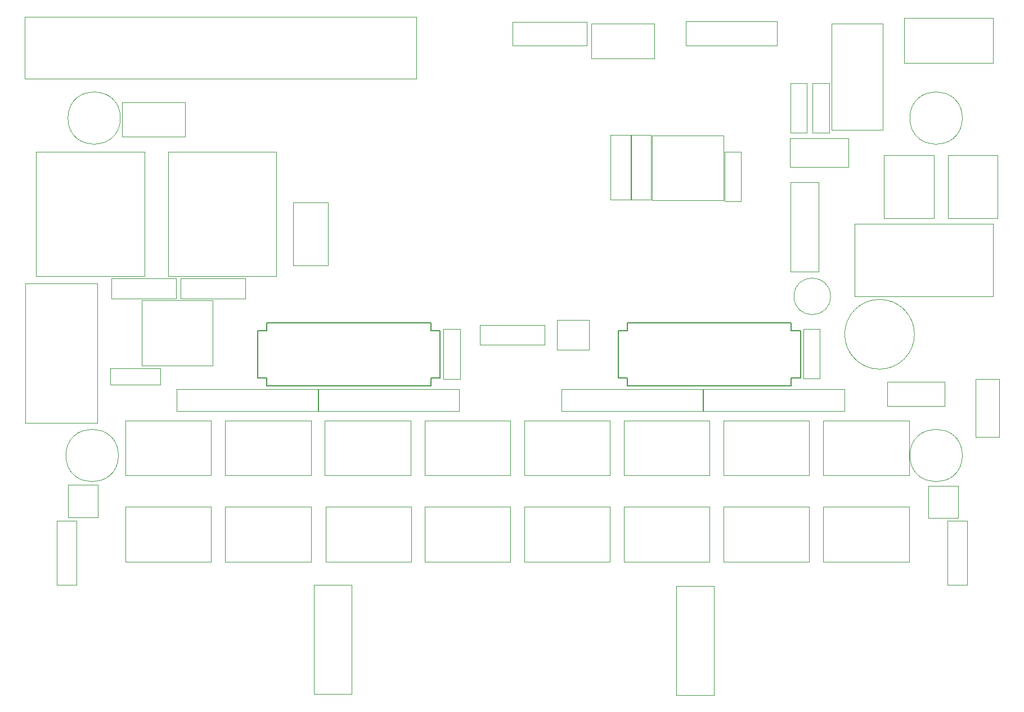
<source format=gbr>
G04 #@! TF.GenerationSoftware,KiCad,Pcbnew,(6.0.5)*
G04 #@! TF.CreationDate,2022-06-02T00:33:28-04:00*
G04 #@! TF.ProjectId,PB_16,50425f31-362e-46b6-9963-61645f706362,v1.0h*
G04 #@! TF.SameCoordinates,Original*
G04 #@! TF.FileFunction,Other,User*
%FSLAX46Y46*%
G04 Gerber Fmt 4.6, Leading zero omitted, Abs format (unit mm)*
G04 Created by KiCad (PCBNEW (6.0.5)) date 2022-06-02 00:33:28*
%MOMM*%
%LPD*%
G01*
G04 APERTURE LIST*
%ADD10C,0.050000*%
%ADD11C,0.152400*%
G04 APERTURE END LIST*
D10*
X192236112Y-93157800D02*
G75*
G03*
X192236112Y-93157800I-2750000J0D01*
G01*
X190632400Y-105555100D02*
X190632400Y-98055100D01*
X190632400Y-98055100D02*
X188132400Y-98055100D01*
X188132400Y-98055100D02*
X188132400Y-105555100D01*
X188132400Y-105555100D02*
X190632400Y-105555100D01*
X86150000Y-124850000D02*
X86150000Y-133100000D01*
X99050000Y-133100000D02*
X99050000Y-124850000D01*
X86150000Y-133100000D02*
X99050000Y-133100000D01*
X99050000Y-124850000D02*
X86150000Y-124850000D01*
X129050000Y-111850000D02*
X116150000Y-111850000D01*
X116150000Y-111850000D02*
X116150000Y-120100000D01*
X116150000Y-120100000D02*
X129050000Y-120100000D01*
X129050000Y-120100000D02*
X129050000Y-111850000D01*
X116264342Y-124850000D02*
X116264342Y-133100000D01*
X116264342Y-133100000D02*
X129164342Y-133100000D01*
X129164342Y-133100000D02*
X129164342Y-124850000D01*
X129164342Y-124850000D02*
X116264342Y-124850000D01*
X131150000Y-111850000D02*
X131150000Y-120100000D01*
X144050000Y-111850000D02*
X131150000Y-111850000D01*
X131150000Y-120100000D02*
X144050000Y-120100000D01*
X144050000Y-120100000D02*
X144050000Y-111850000D01*
X144050000Y-124850000D02*
X131150000Y-124850000D01*
X131150000Y-124850000D02*
X131150000Y-133100000D01*
X131150000Y-133100000D02*
X144050000Y-133100000D01*
X144050000Y-133100000D02*
X144050000Y-124850000D01*
X146150000Y-111850000D02*
X146150000Y-120100000D01*
X159050000Y-111850000D02*
X146150000Y-111850000D01*
X159050000Y-120100000D02*
X159050000Y-111850000D01*
X146150000Y-120100000D02*
X159050000Y-120100000D01*
X146150000Y-124850000D02*
X146150000Y-133100000D01*
X146150000Y-133100000D02*
X159050000Y-133100000D01*
X159050000Y-133100000D02*
X159050000Y-124850000D01*
X159050000Y-124850000D02*
X146150000Y-124850000D01*
X161150000Y-111850000D02*
X161150000Y-120100000D01*
X174050000Y-120100000D02*
X174050000Y-111850000D01*
X174050000Y-111850000D02*
X161150000Y-111850000D01*
X161150000Y-120100000D02*
X174050000Y-120100000D01*
X174050000Y-133100000D02*
X174050000Y-124850000D01*
X161150000Y-133100000D02*
X174050000Y-133100000D01*
X174050000Y-124850000D02*
X161150000Y-124850000D01*
X161150000Y-124850000D02*
X161150000Y-133100000D01*
X189050000Y-120100000D02*
X189050000Y-111850000D01*
X176150000Y-111850000D02*
X176150000Y-120100000D01*
X176150000Y-120100000D02*
X189050000Y-120100000D01*
X189050000Y-111850000D02*
X176150000Y-111850000D01*
X189050000Y-124850000D02*
X176150000Y-124850000D01*
X176150000Y-124850000D02*
X176150000Y-133100000D01*
X189050000Y-133100000D02*
X189050000Y-124850000D01*
X176150000Y-133100000D02*
X189050000Y-133100000D01*
X191150000Y-120100000D02*
X204050000Y-120100000D01*
X191150000Y-111850000D02*
X191150000Y-120100000D01*
X204050000Y-111850000D02*
X191150000Y-111850000D01*
X204050000Y-120100000D02*
X204050000Y-111850000D01*
X191150000Y-124850000D02*
X191150000Y-133100000D01*
X191150000Y-133100000D02*
X204050000Y-133100000D01*
X204050000Y-133100000D02*
X204050000Y-124850000D01*
X204050000Y-124850000D02*
X191150000Y-124850000D01*
D11*
X186324300Y-106590300D02*
X186324300Y-105434600D01*
X161660900Y-98322600D02*
X160276600Y-98322600D01*
X186324300Y-98322600D02*
X186324300Y-97166900D01*
X160276600Y-105434600D02*
X161660900Y-105434600D01*
X161660900Y-106590300D02*
X186324300Y-106590300D01*
X186324300Y-97166900D02*
X161660900Y-97166900D01*
X160276600Y-98322600D02*
X160276600Y-105434600D01*
X161660900Y-105434600D02*
X161660900Y-106590300D01*
X161660900Y-97166900D02*
X161660900Y-98322600D01*
X187708600Y-98322600D02*
X186324300Y-98322600D01*
X186324300Y-105434600D02*
X187708600Y-105434600D01*
X187708600Y-105434600D02*
X187708600Y-98322600D01*
D10*
X174697600Y-153155000D02*
X174697600Y-136755000D01*
X168997600Y-136755000D02*
X168997600Y-153155000D01*
X168997600Y-153155000D02*
X174697600Y-153155000D01*
X174697600Y-136755000D02*
X168997600Y-136755000D01*
X212077600Y-117118600D02*
G75*
G03*
X212077600Y-117118600I-3950000J0D01*
G01*
X133992300Y-98080500D02*
X133992300Y-105580500D01*
X136492300Y-98080500D02*
X133992300Y-98080500D01*
X133992300Y-105580500D02*
X136492300Y-105580500D01*
X136492300Y-105580500D02*
X136492300Y-98080500D01*
X115061500Y-110463600D02*
X115061500Y-107163600D01*
X93861500Y-110463600D02*
X115061500Y-110463600D01*
X93861500Y-107163600D02*
X93861500Y-110463600D01*
X115061500Y-107163600D02*
X93861500Y-107163600D01*
X151786200Y-107163600D02*
X151786200Y-110463600D01*
X151786200Y-110463600D02*
X172986200Y-110463600D01*
X172986200Y-107163600D02*
X151786200Y-107163600D01*
X172986200Y-110463600D02*
X172986200Y-107163600D01*
X194312600Y-107163600D02*
X173112600Y-107163600D01*
X173112600Y-110463600D02*
X194312600Y-110463600D01*
X194312600Y-110463600D02*
X194312600Y-107163600D01*
X173112600Y-107163600D02*
X173112600Y-110463600D01*
X115152700Y-110463600D02*
X136352700Y-110463600D01*
X115152700Y-107163600D02*
X115152700Y-110463600D01*
X136352700Y-107163600D02*
X115152700Y-107163600D01*
X136352700Y-110463600D02*
X136352700Y-107163600D01*
X86150000Y-120100000D02*
X99050000Y-120100000D01*
X99050000Y-111850000D02*
X86150000Y-111850000D01*
X86150000Y-111850000D02*
X86150000Y-120100000D01*
X99050000Y-120100000D02*
X99050000Y-111850000D01*
X114050000Y-120100000D02*
X114050000Y-111850000D01*
X101150000Y-120100000D02*
X114050000Y-120100000D01*
X114050000Y-111850000D02*
X101150000Y-111850000D01*
X101150000Y-111850000D02*
X101150000Y-120100000D01*
X101150000Y-124850000D02*
X101150000Y-133100000D01*
X114050000Y-133100000D02*
X114050000Y-124850000D01*
X101150000Y-133100000D02*
X114050000Y-133100000D01*
X114050000Y-124850000D02*
X101150000Y-124850000D01*
X114482600Y-153018600D02*
X120182600Y-153018600D01*
X120182600Y-153018600D02*
X120182600Y-136618600D01*
X120182600Y-136618600D02*
X114482600Y-136618600D01*
X114482600Y-136618600D02*
X114482600Y-153018600D01*
X192419800Y-52093600D02*
X200109800Y-52093600D01*
X192419800Y-68133600D02*
X192419800Y-52093600D01*
X200109800Y-68133600D02*
X192419800Y-68133600D01*
X200109800Y-52093600D02*
X200109800Y-68133600D01*
X84001000Y-93467800D02*
X93721000Y-93467800D01*
X84001000Y-90467800D02*
X84001000Y-93467800D01*
X93721000Y-93467800D02*
X93721000Y-90467800D01*
X93721000Y-90467800D02*
X84001000Y-90467800D01*
X104171000Y-93467800D02*
X104171000Y-90467800D01*
X94451000Y-90467800D02*
X94451000Y-93467800D01*
X104171000Y-90467800D02*
X94451000Y-90467800D01*
X94451000Y-93467800D02*
X104171000Y-93467800D01*
X170432600Y-55378600D02*
X184182600Y-55378600D01*
X170432600Y-51778600D02*
X170432600Y-55378600D01*
X184182600Y-51778600D02*
X170432600Y-51778600D01*
X184182600Y-55378600D02*
X184182600Y-51778600D01*
X212077600Y-66318600D02*
G75*
G03*
X212077600Y-66318600I-3950000J0D01*
G01*
X70952600Y-51078600D02*
X129912600Y-51078600D01*
X129912600Y-60438600D02*
X70952600Y-60438600D01*
X129912600Y-51078600D02*
X129912600Y-60438600D01*
X70952600Y-60438600D02*
X70952600Y-51078600D01*
X195899000Y-93137800D02*
X216723000Y-93137800D01*
X216723000Y-93137800D02*
X216723000Y-82237800D01*
X216723000Y-82237800D02*
X195899000Y-82237800D01*
X195899000Y-82237800D02*
X195899000Y-93137800D01*
D11*
X106026600Y-105434600D02*
X107410900Y-105434600D01*
X106026600Y-98322600D02*
X106026600Y-105434600D01*
X132074300Y-105434600D02*
X133458600Y-105434600D01*
X132074300Y-98322600D02*
X132074300Y-97166900D01*
X107410900Y-98322600D02*
X106026600Y-98322600D01*
X133458600Y-98322600D02*
X132074300Y-98322600D01*
X107410900Y-97166900D02*
X107410900Y-98322600D01*
X132074300Y-106590300D02*
X132074300Y-105434600D01*
X107410900Y-105434600D02*
X107410900Y-106590300D01*
X107410900Y-106590300D02*
X132074300Y-106590300D01*
X133458600Y-105434600D02*
X133458600Y-98322600D01*
X132074300Y-97166900D02*
X107410900Y-97166900D01*
D10*
X186101000Y-73667800D02*
X186101000Y-69367800D01*
X194901000Y-73667800D02*
X186101000Y-73667800D01*
X194901000Y-69367800D02*
X186101000Y-69367800D01*
X194901000Y-73667800D02*
X194901000Y-69367800D01*
X116593800Y-79026600D02*
X116593800Y-88526600D01*
X111393800Y-79026600D02*
X116593800Y-79026600D01*
X111393800Y-88526600D02*
X111393800Y-79026600D01*
X116593800Y-88526600D02*
X111393800Y-88526600D01*
X192025800Y-68568600D02*
X192025800Y-61068600D01*
X189525800Y-61068600D02*
X189525800Y-68568600D01*
X192025800Y-61068600D02*
X189525800Y-61068600D01*
X189525800Y-68568600D02*
X192025800Y-68568600D01*
X186192600Y-61058600D02*
X186192600Y-68558600D01*
X188692600Y-68558600D02*
X188692600Y-61058600D01*
X188692600Y-61058600D02*
X186192600Y-61058600D01*
X186192600Y-68558600D02*
X188692600Y-68558600D01*
X155592600Y-55378600D02*
X144392600Y-55378600D01*
X144392600Y-55378600D02*
X144392600Y-51828600D01*
X155592600Y-51828600D02*
X155592600Y-55378600D01*
X144392600Y-51828600D02*
X155592600Y-51828600D01*
X108861000Y-90137800D02*
X108861000Y-71397800D01*
X92551000Y-71397800D02*
X108861000Y-71397800D01*
X92551000Y-71397800D02*
X92551000Y-90137800D01*
X108861000Y-90137800D02*
X92551000Y-90137800D01*
X77470200Y-121554000D02*
X77470200Y-126404000D01*
X81970200Y-121554000D02*
X77470200Y-121554000D01*
X77470200Y-126404000D02*
X81970200Y-126404000D01*
X81970200Y-126404000D02*
X81970200Y-121554000D01*
X206922200Y-121681000D02*
X206922200Y-126531000D01*
X211422200Y-121681000D02*
X206922200Y-121681000D01*
X206922200Y-126531000D02*
X211422200Y-126531000D01*
X211422200Y-126531000D02*
X211422200Y-121681000D01*
X85077600Y-117118600D02*
G75*
G03*
X85077600Y-117118600I-3950000J0D01*
G01*
X75801000Y-126917800D02*
X75801000Y-136637800D01*
X78801000Y-126917800D02*
X75801000Y-126917800D01*
X75801000Y-136637800D02*
X78801000Y-136637800D01*
X78801000Y-136637800D02*
X78801000Y-126917800D01*
X209801000Y-136637800D02*
X212801000Y-136637800D01*
X209801000Y-126917800D02*
X209801000Y-136637800D01*
X212801000Y-136637800D02*
X212801000Y-126917800D01*
X212801000Y-126917800D02*
X209801000Y-126917800D01*
X209450800Y-109659200D02*
X209450800Y-106059200D01*
X200800800Y-109659200D02*
X209450800Y-109659200D01*
X209450800Y-106059200D02*
X200800800Y-106059200D01*
X200800800Y-106059200D02*
X200800800Y-109659200D01*
X155896000Y-96747800D02*
X151046000Y-96747800D01*
X155896000Y-101247800D02*
X155896000Y-96747800D01*
X151046000Y-96747800D02*
X151046000Y-101247800D01*
X151046000Y-101247800D02*
X155896000Y-101247800D01*
X139491000Y-97477800D02*
X139491000Y-100477800D01*
X149211000Y-100477800D02*
X149211000Y-97477800D01*
X149211000Y-97477800D02*
X139491000Y-97477800D01*
X139491000Y-100477800D02*
X149211000Y-100477800D01*
X203283800Y-51244600D02*
X203283800Y-57994600D01*
X203283800Y-57994600D02*
X216683800Y-57994600D01*
X216683800Y-57994600D02*
X216683800Y-51244600D01*
X216683800Y-51244600D02*
X203283800Y-51244600D01*
X156246200Y-52134600D02*
X165746200Y-52134600D01*
X156246200Y-57334600D02*
X156246200Y-52134600D01*
X165746200Y-52134600D02*
X165746200Y-57334600D01*
X165746200Y-57334600D02*
X156246200Y-57334600D01*
X217633600Y-105652800D02*
X214033600Y-105652800D01*
X217633600Y-114302800D02*
X217633600Y-105652800D01*
X214033600Y-114302800D02*
X217633600Y-114302800D01*
X214033600Y-105652800D02*
X214033600Y-114302800D01*
X204868800Y-98867600D02*
G75*
G03*
X204868800Y-98867600I-5250000J0D01*
G01*
X162251000Y-68847800D02*
X162251000Y-78567800D01*
X165251000Y-78567800D02*
X165251000Y-68847800D01*
X165251000Y-68847800D02*
X162251000Y-68847800D01*
X162251000Y-78567800D02*
X165251000Y-78567800D01*
X159151000Y-78567800D02*
X162151000Y-78567800D01*
X159151000Y-68847800D02*
X159151000Y-78567800D01*
X162151000Y-78567800D02*
X162151000Y-68847800D01*
X162151000Y-68847800D02*
X159151000Y-68847800D01*
X165401000Y-78717800D02*
X176101000Y-78717800D01*
X176101000Y-68917800D02*
X165401000Y-68917800D01*
X165401000Y-68917800D02*
X165401000Y-78717800D01*
X176101000Y-78717800D02*
X176101000Y-68917800D01*
X176301000Y-78867800D02*
X178801000Y-78867800D01*
X178801000Y-71367800D02*
X176301000Y-71367800D01*
X176301000Y-71367800D02*
X176301000Y-78867800D01*
X178801000Y-78867800D02*
X178801000Y-71367800D01*
X200301000Y-71917800D02*
X200301000Y-72167800D01*
X207551000Y-81417800D02*
X200551000Y-81417800D01*
X200551000Y-71917800D02*
X200301000Y-71917800D01*
X207801000Y-72167800D02*
X207801000Y-81167800D01*
X200301000Y-81417800D02*
X200551000Y-81417800D01*
X200301000Y-81167800D02*
X200301000Y-72167800D01*
X207551000Y-71917800D02*
X207801000Y-71917800D01*
X207801000Y-71917800D02*
X207801000Y-72167800D01*
X200551000Y-71917800D02*
X207551000Y-71917800D01*
X207801000Y-81417800D02*
X207551000Y-81417800D01*
X207801000Y-81167800D02*
X207801000Y-81417800D01*
X200301000Y-81167800D02*
X200301000Y-81417800D01*
X209901000Y-81417800D02*
X210151000Y-81417800D01*
X209901000Y-71917800D02*
X209901000Y-72167800D01*
X210151000Y-71917800D02*
X217151000Y-71917800D01*
X209901000Y-81167800D02*
X209901000Y-81417800D01*
X217151000Y-71917800D02*
X217401000Y-71917800D01*
X217401000Y-81417800D02*
X217151000Y-81417800D01*
X217401000Y-72167800D02*
X217401000Y-81167800D01*
X217401000Y-81167800D02*
X217401000Y-81417800D01*
X210151000Y-71917800D02*
X209901000Y-71917800D01*
X217401000Y-71917800D02*
X217401000Y-72167800D01*
X209901000Y-81167800D02*
X209901000Y-72167800D01*
X217151000Y-81417800D02*
X210151000Y-81417800D01*
X83851000Y-106467800D02*
X91351000Y-106467800D01*
X91351000Y-103967800D02*
X83851000Y-103967800D01*
X91351000Y-106467800D02*
X91351000Y-103967800D01*
X83851000Y-103967800D02*
X83851000Y-106467800D01*
X81901000Y-91217800D02*
X71091000Y-91217800D01*
X81901000Y-112217800D02*
X81901000Y-91217800D01*
X71091000Y-112217800D02*
X81901000Y-112217800D01*
X71091000Y-91217800D02*
X71091000Y-112217800D01*
X99261000Y-103567800D02*
X99261000Y-93767800D01*
X99261000Y-93767800D02*
X88561000Y-93767800D01*
X88561000Y-103567800D02*
X99261000Y-103567800D01*
X88561000Y-93767800D02*
X88561000Y-103567800D01*
X72701000Y-71397800D02*
X72701000Y-90137800D01*
X89011000Y-90137800D02*
X89011000Y-71397800D01*
X89011000Y-90137800D02*
X72701000Y-90137800D01*
X72701000Y-71397800D02*
X89011000Y-71397800D01*
X186211000Y-75957800D02*
X186211000Y-89417800D01*
X190411000Y-75957800D02*
X186211000Y-75957800D01*
X190411000Y-89417800D02*
X190411000Y-75957800D01*
X186211000Y-89417800D02*
X190411000Y-89417800D01*
X85377600Y-66318600D02*
G75*
G03*
X85377600Y-66318600I-3950000J0D01*
G01*
X85601000Y-63917800D02*
X95101000Y-63917800D01*
X95101000Y-69117800D02*
X85601000Y-69117800D01*
X85601000Y-69117800D02*
X85601000Y-63917800D01*
X95101000Y-63917800D02*
X95101000Y-69117800D01*
M02*

</source>
